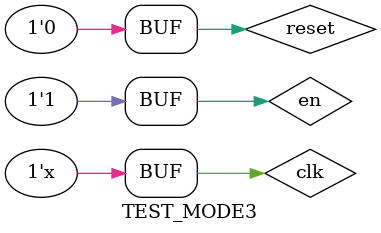
<source format=v>
`timescale 1ns / 1ps


module TEST_MODE3;

	// Inputs
	reg clk;
	reg reset;
	reg en;

	// Outputs
	wire [7:0] OUT;

	// Instantiate the Unit Under Test (UUT)
	MODE3_LEDCHAY_TRAIPHAI uut (
		.clk(clk), 
		.reset(reset), 
		.en(en), 
		.OUT(OUT)
	);
	always
	begin
		#10;
		clk = ~clk;
	end
	initial begin
		// Initialize Inputs
		clk = 0;
		reset = 0;
		en = 0;
		#10;
		reset = 1;
		#10;
		reset = 0;
		en = 1;
		
		// Wait 100 ns for global reset to finish
		#175;
		reset = 1;
		#10;
		reset = 0;
		#100;
        
		// Add stimulus here

	end
      
endmodule


</source>
